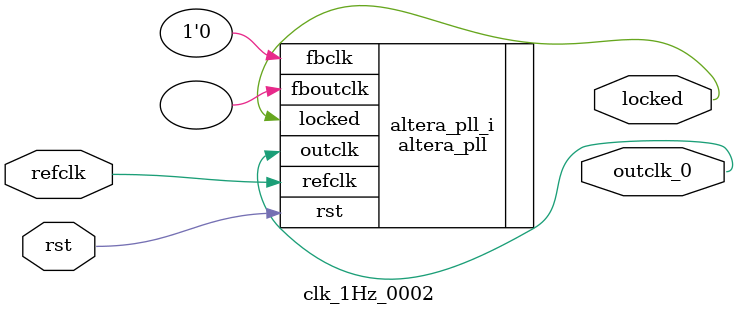
<source format=v>
`timescale 1ns/10ps
module  clk_1Hz_0002(

	// interface 'refclk'
	input wire refclk,

	// interface 'reset'
	input wire rst,

	// interface 'outclk0'
	output wire outclk_0,

	// interface 'locked'
	output wire locked
);

	altera_pll #(
		.fractional_vco_multiplier("false"),
		.reference_clock_frequency("50.0 MHz"),
		.operation_mode("direct"),
		.number_of_clocks(1),
		.output_clock_frequency0("1.171875 MHz"),
		.phase_shift0("0 ps"),
		.duty_cycle0(50),
		.output_clock_frequency1("0 MHz"),
		.phase_shift1("0 ps"),
		.duty_cycle1(50),
		.output_clock_frequency2("0 MHz"),
		.phase_shift2("0 ps"),
		.duty_cycle2(50),
		.output_clock_frequency3("0 MHz"),
		.phase_shift3("0 ps"),
		.duty_cycle3(50),
		.output_clock_frequency4("0 MHz"),
		.phase_shift4("0 ps"),
		.duty_cycle4(50),
		.output_clock_frequency5("0 MHz"),
		.phase_shift5("0 ps"),
		.duty_cycle5(50),
		.output_clock_frequency6("0 MHz"),
		.phase_shift6("0 ps"),
		.duty_cycle6(50),
		.output_clock_frequency7("0 MHz"),
		.phase_shift7("0 ps"),
		.duty_cycle7(50),
		.output_clock_frequency8("0 MHz"),
		.phase_shift8("0 ps"),
		.duty_cycle8(50),
		.output_clock_frequency9("0 MHz"),
		.phase_shift9("0 ps"),
		.duty_cycle9(50),
		.output_clock_frequency10("0 MHz"),
		.phase_shift10("0 ps"),
		.duty_cycle10(50),
		.output_clock_frequency11("0 MHz"),
		.phase_shift11("0 ps"),
		.duty_cycle11(50),
		.output_clock_frequency12("0 MHz"),
		.phase_shift12("0 ps"),
		.duty_cycle12(50),
		.output_clock_frequency13("0 MHz"),
		.phase_shift13("0 ps"),
		.duty_cycle13(50),
		.output_clock_frequency14("0 MHz"),
		.phase_shift14("0 ps"),
		.duty_cycle14(50),
		.output_clock_frequency15("0 MHz"),
		.phase_shift15("0 ps"),
		.duty_cycle15(50),
		.output_clock_frequency16("0 MHz"),
		.phase_shift16("0 ps"),
		.duty_cycle16(50),
		.output_clock_frequency17("0 MHz"),
		.phase_shift17("0 ps"),
		.duty_cycle17(50),
		.pll_type("General"),
		.pll_subtype("General")
	) altera_pll_i (
		.rst	(rst),
		.outclk	({outclk_0}),
		.locked	(locked),
		.fboutclk	( ),
		.fbclk	(1'b0),
		.refclk	(refclk)
	);
endmodule


</source>
